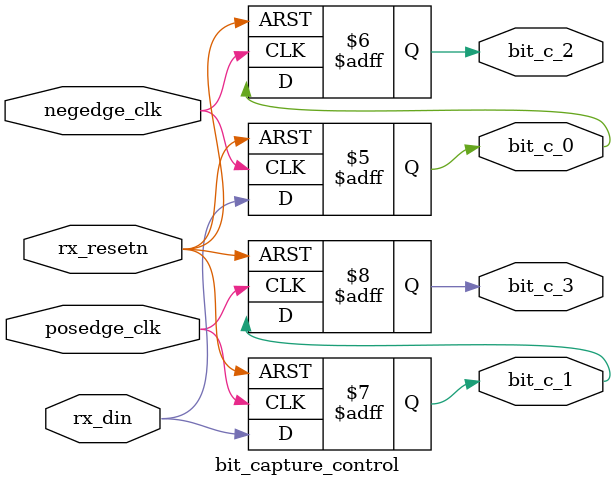
<source format=v>
module bit_capture_control(
			input negedge_clk,
			input posedge_clk,
			input rx_resetn,
			input rx_din,
			output reg bit_c_0,
			output reg bit_c_1,
			output reg bit_c_2,
			output reg bit_c_3
		  );
always@(posedge posedge_clk or negedge rx_resetn)
begin
	if(!rx_resetn)
	begin
		bit_c_1      	<= 1'b0;
		bit_c_3      	<= 1'b0;
	end
	else
	begin
		bit_c_1 <= rx_din;
		bit_c_3 <= bit_c_1;
	end
end
always@(posedge negedge_clk or negedge rx_resetn)
begin
	if(!rx_resetn)
	begin
		bit_c_0   <= 1'b0;
		bit_c_2   <= 1'b0;
	end
	else
	begin
		bit_c_0 <= rx_din;
		bit_c_2 <= bit_c_0;
	end
end
endmodule
</source>
